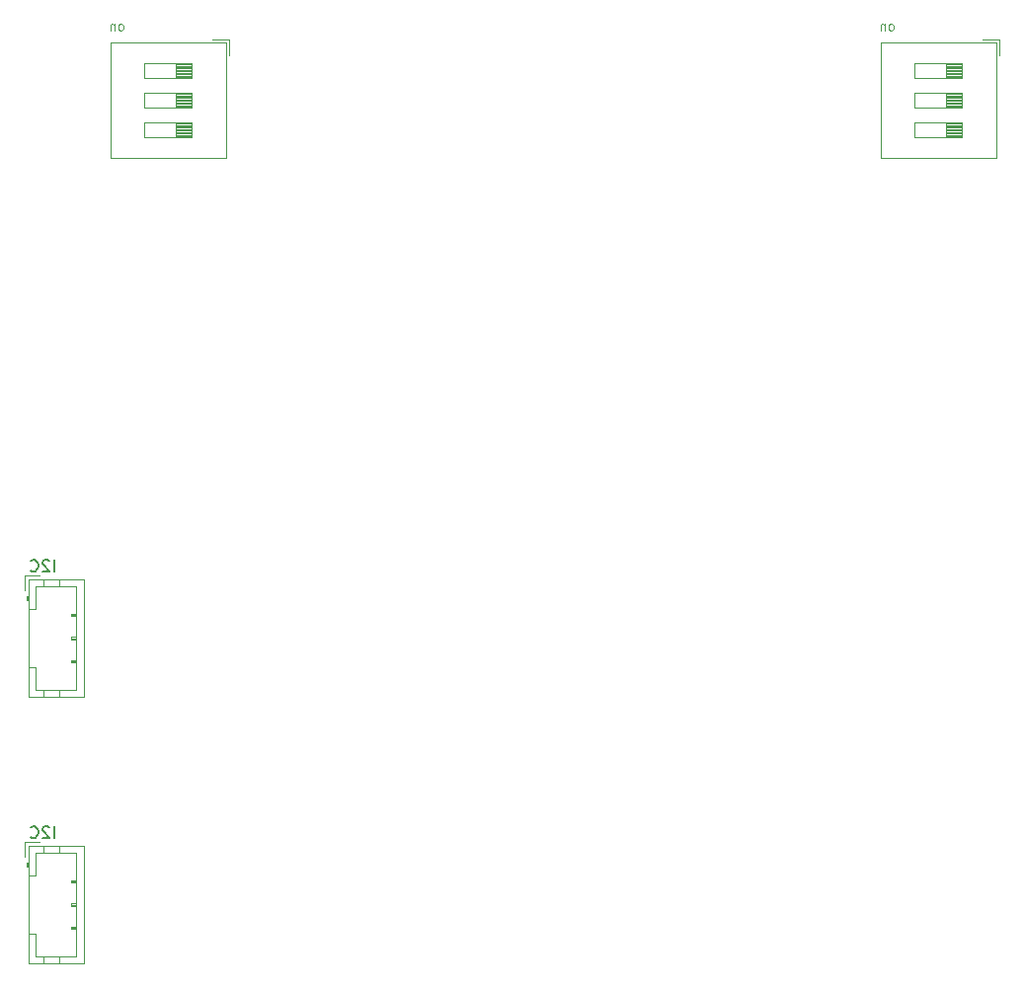
<source format=gbr>
G04 #@! TF.GenerationSoftware,KiCad,Pcbnew,5.1.4+dfsg1-1*
G04 #@! TF.CreationDate,2020-01-15T10:00:44+00:00*
G04 #@! TF.ProjectId,chordboard,63686f72-6462-46f6-9172-642e6b696361,rev?*
G04 #@! TF.SameCoordinates,Original*
G04 #@! TF.FileFunction,Legend,Bot*
G04 #@! TF.FilePolarity,Positive*
%FSLAX46Y46*%
G04 Gerber Fmt 4.6, Leading zero omitted, Abs format (unit mm)*
G04 Created by KiCad (PCBNEW 5.1.4+dfsg1-1) date 2020-01-15 10:00:44*
%MOMM*%
%LPD*%
G04 APERTURE LIST*
%ADD10C,0.120000*%
%ADD11C,0.150000*%
G04 APERTURE END LIST*
D10*
X48690000Y-114480000D02*
X49940000Y-114480000D01*
X48690000Y-115730000D02*
X48690000Y-114480000D01*
X53100000Y-121840000D02*
X52600000Y-121840000D01*
X52600000Y-121940000D02*
X53100000Y-121940000D01*
X52600000Y-121740000D02*
X52600000Y-121940000D01*
X53100000Y-121740000D02*
X52600000Y-121740000D01*
X53100000Y-119840000D02*
X52600000Y-119840000D01*
X52600000Y-119940000D02*
X53100000Y-119940000D01*
X52600000Y-119740000D02*
X52600000Y-119940000D01*
X53100000Y-119740000D02*
X52600000Y-119740000D01*
X53100000Y-117840000D02*
X52600000Y-117840000D01*
X52600000Y-117940000D02*
X53100000Y-117940000D01*
X52600000Y-117740000D02*
X52600000Y-117940000D01*
X53100000Y-117740000D02*
X52600000Y-117740000D01*
X51600000Y-124900000D02*
X51600000Y-124290000D01*
X50300000Y-124900000D02*
X50300000Y-124290000D01*
X51600000Y-114780000D02*
X51600000Y-115390000D01*
X50300000Y-114780000D02*
X50300000Y-115390000D01*
X49600000Y-122340000D02*
X48990000Y-122340000D01*
X49600000Y-124290000D02*
X49600000Y-122340000D01*
X53100000Y-124290000D02*
X49600000Y-124290000D01*
X53100000Y-115390000D02*
X53100000Y-124290000D01*
X49600000Y-115390000D02*
X53100000Y-115390000D01*
X49600000Y-117340000D02*
X49600000Y-115390000D01*
X48990000Y-117340000D02*
X49600000Y-117340000D01*
X48890000Y-116540000D02*
X48890000Y-116240000D01*
X48790000Y-116240000D02*
X48990000Y-116240000D01*
X48790000Y-116540000D02*
X48790000Y-116240000D01*
X48990000Y-116540000D02*
X48790000Y-116540000D01*
X48990000Y-124900000D02*
X48990000Y-114780000D01*
X53710000Y-124900000D02*
X48990000Y-124900000D01*
X53710000Y-114780000D02*
X53710000Y-124900000D01*
X48990000Y-114780000D02*
X53710000Y-114780000D01*
X48990000Y-137640000D02*
X53710000Y-137640000D01*
X53710000Y-137640000D02*
X53710000Y-147760000D01*
X53710000Y-147760000D02*
X48990000Y-147760000D01*
X48990000Y-147760000D02*
X48990000Y-137640000D01*
X48990000Y-139400000D02*
X48790000Y-139400000D01*
X48790000Y-139400000D02*
X48790000Y-139100000D01*
X48790000Y-139100000D02*
X48990000Y-139100000D01*
X48890000Y-139400000D02*
X48890000Y-139100000D01*
X48990000Y-140200000D02*
X49600000Y-140200000D01*
X49600000Y-140200000D02*
X49600000Y-138250000D01*
X49600000Y-138250000D02*
X53100000Y-138250000D01*
X53100000Y-138250000D02*
X53100000Y-147150000D01*
X53100000Y-147150000D02*
X49600000Y-147150000D01*
X49600000Y-147150000D02*
X49600000Y-145200000D01*
X49600000Y-145200000D02*
X48990000Y-145200000D01*
X50300000Y-137640000D02*
X50300000Y-138250000D01*
X51600000Y-137640000D02*
X51600000Y-138250000D01*
X50300000Y-147760000D02*
X50300000Y-147150000D01*
X51600000Y-147760000D02*
X51600000Y-147150000D01*
X53100000Y-140600000D02*
X52600000Y-140600000D01*
X52600000Y-140600000D02*
X52600000Y-140800000D01*
X52600000Y-140800000D02*
X53100000Y-140800000D01*
X53100000Y-140700000D02*
X52600000Y-140700000D01*
X53100000Y-142600000D02*
X52600000Y-142600000D01*
X52600000Y-142600000D02*
X52600000Y-142800000D01*
X52600000Y-142800000D02*
X53100000Y-142800000D01*
X53100000Y-142700000D02*
X52600000Y-142700000D01*
X53100000Y-144600000D02*
X52600000Y-144600000D01*
X52600000Y-144600000D02*
X52600000Y-144800000D01*
X52600000Y-144800000D02*
X53100000Y-144800000D01*
X53100000Y-144700000D02*
X52600000Y-144700000D01*
X48690000Y-138590000D02*
X48690000Y-137340000D01*
X48690000Y-137340000D02*
X49940000Y-137340000D01*
X127676667Y-75565000D02*
X127676667Y-76835000D01*
X129030000Y-76765000D02*
X127676667Y-76765000D01*
X129030000Y-76645000D02*
X127676667Y-76645000D01*
X129030000Y-76525000D02*
X127676667Y-76525000D01*
X129030000Y-76405000D02*
X127676667Y-76405000D01*
X129030000Y-76285000D02*
X127676667Y-76285000D01*
X129030000Y-76165000D02*
X127676667Y-76165000D01*
X129030000Y-76045000D02*
X127676667Y-76045000D01*
X129030000Y-75925000D02*
X127676667Y-75925000D01*
X129030000Y-75805000D02*
X127676667Y-75805000D01*
X129030000Y-75685000D02*
X127676667Y-75685000D01*
X124970000Y-75565000D02*
X129030000Y-75565000D01*
X124970000Y-76835000D02*
X124970000Y-75565000D01*
X129030000Y-76835000D02*
X124970000Y-76835000D01*
X129030000Y-75565000D02*
X129030000Y-76835000D01*
X127676667Y-73025000D02*
X127676667Y-74295000D01*
X129030000Y-74225000D02*
X127676667Y-74225000D01*
X129030000Y-74105000D02*
X127676667Y-74105000D01*
X129030000Y-73985000D02*
X127676667Y-73985000D01*
X129030000Y-73865000D02*
X127676667Y-73865000D01*
X129030000Y-73745000D02*
X127676667Y-73745000D01*
X129030000Y-73625000D02*
X127676667Y-73625000D01*
X129030000Y-73505000D02*
X127676667Y-73505000D01*
X129030000Y-73385000D02*
X127676667Y-73385000D01*
X129030000Y-73265000D02*
X127676667Y-73265000D01*
X129030000Y-73145000D02*
X127676667Y-73145000D01*
X124970000Y-73025000D02*
X129030000Y-73025000D01*
X124970000Y-74295000D02*
X124970000Y-73025000D01*
X129030000Y-74295000D02*
X124970000Y-74295000D01*
X129030000Y-73025000D02*
X129030000Y-74295000D01*
X127676667Y-70485000D02*
X127676667Y-71755000D01*
X129030000Y-71685000D02*
X127676667Y-71685000D01*
X129030000Y-71565000D02*
X127676667Y-71565000D01*
X129030000Y-71445000D02*
X127676667Y-71445000D01*
X129030000Y-71325000D02*
X127676667Y-71325000D01*
X129030000Y-71205000D02*
X127676667Y-71205000D01*
X129030000Y-71085000D02*
X127676667Y-71085000D01*
X129030000Y-70965000D02*
X127676667Y-70965000D01*
X129030000Y-70845000D02*
X127676667Y-70845000D01*
X129030000Y-70725000D02*
X127676667Y-70725000D01*
X129030000Y-70605000D02*
X127676667Y-70605000D01*
X124970000Y-70485000D02*
X129030000Y-70485000D01*
X124970000Y-71755000D02*
X124970000Y-70485000D01*
X129030000Y-71755000D02*
X124970000Y-71755000D01*
X129030000Y-70485000D02*
X129030000Y-71755000D01*
X132190000Y-68460000D02*
X132190000Y-69843000D01*
X132190000Y-68460000D02*
X130806000Y-68460000D01*
X122050000Y-68700000D02*
X122050000Y-78620000D01*
X131950000Y-68700000D02*
X131950000Y-78620000D01*
X131950000Y-78620000D02*
X122050000Y-78620000D01*
X131950000Y-68700000D02*
X122050000Y-68700000D01*
X65910000Y-68700000D02*
X56010000Y-68700000D01*
X65910000Y-78620000D02*
X56010000Y-78620000D01*
X65910000Y-68700000D02*
X65910000Y-78620000D01*
X56010000Y-68700000D02*
X56010000Y-78620000D01*
X66150000Y-68460000D02*
X64766000Y-68460000D01*
X66150000Y-68460000D02*
X66150000Y-69843000D01*
X62990000Y-70485000D02*
X62990000Y-71755000D01*
X62990000Y-71755000D02*
X58930000Y-71755000D01*
X58930000Y-71755000D02*
X58930000Y-70485000D01*
X58930000Y-70485000D02*
X62990000Y-70485000D01*
X62990000Y-70605000D02*
X61636667Y-70605000D01*
X62990000Y-70725000D02*
X61636667Y-70725000D01*
X62990000Y-70845000D02*
X61636667Y-70845000D01*
X62990000Y-70965000D02*
X61636667Y-70965000D01*
X62990000Y-71085000D02*
X61636667Y-71085000D01*
X62990000Y-71205000D02*
X61636667Y-71205000D01*
X62990000Y-71325000D02*
X61636667Y-71325000D01*
X62990000Y-71445000D02*
X61636667Y-71445000D01*
X62990000Y-71565000D02*
X61636667Y-71565000D01*
X62990000Y-71685000D02*
X61636667Y-71685000D01*
X61636667Y-70485000D02*
X61636667Y-71755000D01*
X62990000Y-73025000D02*
X62990000Y-74295000D01*
X62990000Y-74295000D02*
X58930000Y-74295000D01*
X58930000Y-74295000D02*
X58930000Y-73025000D01*
X58930000Y-73025000D02*
X62990000Y-73025000D01*
X62990000Y-73145000D02*
X61636667Y-73145000D01*
X62990000Y-73265000D02*
X61636667Y-73265000D01*
X62990000Y-73385000D02*
X61636667Y-73385000D01*
X62990000Y-73505000D02*
X61636667Y-73505000D01*
X62990000Y-73625000D02*
X61636667Y-73625000D01*
X62990000Y-73745000D02*
X61636667Y-73745000D01*
X62990000Y-73865000D02*
X61636667Y-73865000D01*
X62990000Y-73985000D02*
X61636667Y-73985000D01*
X62990000Y-74105000D02*
X61636667Y-74105000D01*
X62990000Y-74225000D02*
X61636667Y-74225000D01*
X61636667Y-73025000D02*
X61636667Y-74295000D01*
X62990000Y-75565000D02*
X62990000Y-76835000D01*
X62990000Y-76835000D02*
X58930000Y-76835000D01*
X58930000Y-76835000D02*
X58930000Y-75565000D01*
X58930000Y-75565000D02*
X62990000Y-75565000D01*
X62990000Y-75685000D02*
X61636667Y-75685000D01*
X62990000Y-75805000D02*
X61636667Y-75805000D01*
X62990000Y-75925000D02*
X61636667Y-75925000D01*
X62990000Y-76045000D02*
X61636667Y-76045000D01*
X62990000Y-76165000D02*
X61636667Y-76165000D01*
X62990000Y-76285000D02*
X61636667Y-76285000D01*
X62990000Y-76405000D02*
X61636667Y-76405000D01*
X62990000Y-76525000D02*
X61636667Y-76525000D01*
X62990000Y-76645000D02*
X61636667Y-76645000D01*
X62990000Y-76765000D02*
X61636667Y-76765000D01*
X61636667Y-75565000D02*
X61636667Y-76835000D01*
D11*
X51182976Y-114117380D02*
X51182976Y-113117380D01*
X50754404Y-113212619D02*
X50706785Y-113165000D01*
X50611547Y-113117380D01*
X50373452Y-113117380D01*
X50278214Y-113165000D01*
X50230595Y-113212619D01*
X50182976Y-113307857D01*
X50182976Y-113403095D01*
X50230595Y-113545952D01*
X50802023Y-114117380D01*
X50182976Y-114117380D01*
X49182976Y-114022142D02*
X49230595Y-114069761D01*
X49373452Y-114117380D01*
X49468690Y-114117380D01*
X49611547Y-114069761D01*
X49706785Y-113974523D01*
X49754404Y-113879285D01*
X49802023Y-113688809D01*
X49802023Y-113545952D01*
X49754404Y-113355476D01*
X49706785Y-113260238D01*
X49611547Y-113165000D01*
X49468690Y-113117380D01*
X49373452Y-113117380D01*
X49230595Y-113165000D01*
X49182976Y-113212619D01*
X51182976Y-136977380D02*
X51182976Y-135977380D01*
X50754404Y-136072619D02*
X50706785Y-136025000D01*
X50611547Y-135977380D01*
X50373452Y-135977380D01*
X50278214Y-136025000D01*
X50230595Y-136072619D01*
X50182976Y-136167857D01*
X50182976Y-136263095D01*
X50230595Y-136405952D01*
X50802023Y-136977380D01*
X50182976Y-136977380D01*
X49182976Y-136882142D02*
X49230595Y-136929761D01*
X49373452Y-136977380D01*
X49468690Y-136977380D01*
X49611547Y-136929761D01*
X49706785Y-136834523D01*
X49754404Y-136739285D01*
X49802023Y-136548809D01*
X49802023Y-136405952D01*
X49754404Y-136215476D01*
X49706785Y-136120238D01*
X49611547Y-136025000D01*
X49468690Y-135977380D01*
X49373452Y-135977380D01*
X49230595Y-136025000D01*
X49182976Y-136072619D01*
D10*
X122974047Y-67671904D02*
X123050238Y-67633809D01*
X123088333Y-67595714D01*
X123126428Y-67519523D01*
X123126428Y-67290952D01*
X123088333Y-67214761D01*
X123050238Y-67176666D01*
X122974047Y-67138571D01*
X122859761Y-67138571D01*
X122783571Y-67176666D01*
X122745476Y-67214761D01*
X122707380Y-67290952D01*
X122707380Y-67519523D01*
X122745476Y-67595714D01*
X122783571Y-67633809D01*
X122859761Y-67671904D01*
X122974047Y-67671904D01*
X122364523Y-67138571D02*
X122364523Y-67671904D01*
X122364523Y-67214761D02*
X122326428Y-67176666D01*
X122250238Y-67138571D01*
X122135952Y-67138571D01*
X122059761Y-67176666D01*
X122021666Y-67252857D01*
X122021666Y-67671904D01*
X56934047Y-67671904D02*
X57010238Y-67633809D01*
X57048333Y-67595714D01*
X57086428Y-67519523D01*
X57086428Y-67290952D01*
X57048333Y-67214761D01*
X57010238Y-67176666D01*
X56934047Y-67138571D01*
X56819761Y-67138571D01*
X56743571Y-67176666D01*
X56705476Y-67214761D01*
X56667380Y-67290952D01*
X56667380Y-67519523D01*
X56705476Y-67595714D01*
X56743571Y-67633809D01*
X56819761Y-67671904D01*
X56934047Y-67671904D01*
X56324523Y-67138571D02*
X56324523Y-67671904D01*
X56324523Y-67214761D02*
X56286428Y-67176666D01*
X56210238Y-67138571D01*
X56095952Y-67138571D01*
X56019761Y-67176666D01*
X55981666Y-67252857D01*
X55981666Y-67671904D01*
M02*

</source>
